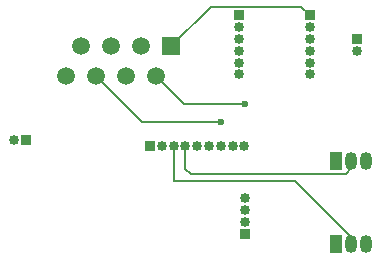
<source format=gbr>
%TF.GenerationSoftware,KiCad,Pcbnew,8.0.7*%
%TF.CreationDate,2025-01-04T17:01:37+01:00*%
%TF.ProjectId,btrail-powerboard,62747261-696c-42d7-906f-776572626f61,rev?*%
%TF.SameCoordinates,Original*%
%TF.FileFunction,Copper,L2,Bot*%
%TF.FilePolarity,Positive*%
%FSLAX46Y46*%
G04 Gerber Fmt 4.6, Leading zero omitted, Abs format (unit mm)*
G04 Created by KiCad (PCBNEW 8.0.7) date 2025-01-04 17:01:37*
%MOMM*%
%LPD*%
G01*
G04 APERTURE LIST*
%TA.AperFunction,ComponentPad*%
%ADD10R,1.050000X1.500000*%
%TD*%
%TA.AperFunction,ComponentPad*%
%ADD11O,1.050000X1.500000*%
%TD*%
%TA.AperFunction,ComponentPad*%
%ADD12O,0.850000X0.850000*%
%TD*%
%TA.AperFunction,ComponentPad*%
%ADD13R,0.850000X0.850000*%
%TD*%
%TA.AperFunction,ComponentPad*%
%ADD14R,1.500000X1.500000*%
%TD*%
%TA.AperFunction,ComponentPad*%
%ADD15C,1.500000*%
%TD*%
%TA.AperFunction,ViaPad*%
%ADD16C,0.600000*%
%TD*%
%TA.AperFunction,Conductor*%
%ADD17C,0.200000*%
%TD*%
G04 APERTURE END LIST*
D10*
%TO.P,Q2,1,C*%
%TO.N,Net-(LED1_LED2-Pin_1)*%
X220230000Y-47360000D03*
D11*
%TO.P,Q2,2,B*%
%TO.N,Net-(ESP32_jack1-Pin_3)*%
X221500000Y-47360000D03*
%TO.P,Q2,3,E*%
%TO.N,Net-(DRV_right1-Pin_1)*%
X222770000Y-47360000D03*
%TD*%
D10*
%TO.P,Q1,1,C*%
%TO.N,Net-(LED1_LED2-Pin_3)*%
X220230000Y-40360000D03*
D11*
%TO.P,Q1,2,B*%
%TO.N,Net-(ESP32_jack1-Pin_4)*%
X221500000Y-40360000D03*
%TO.P,Q1,3,E*%
%TO.N,Net-(DRV_right1-Pin_1)*%
X222770000Y-40360000D03*
%TD*%
D12*
%TO.P,PWR,2,Pin_2*%
%TO.N,Net-(DRV_right1-Pin_1)*%
X192975000Y-38595000D03*
D13*
%TO.P,PWR,1,Pin_1*%
%TO.N,Net-(DRV_left1-Pin_2)*%
X193975000Y-38595000D03*
%TD*%
%TO.P,Motor,1,Pin_1*%
%TO.N,Net-(DRV_right1-Pin_3)*%
X222000000Y-30000000D03*
D12*
%TO.P,Motor,2,Pin_2*%
%TO.N,Net-(DRV_right1-Pin_4)*%
X222000000Y-31000000D03*
%TD*%
%TO.P,LEDs,4,Pin_4*%
%TO.N,Net-(DRV_left1-Pin_2)*%
X212500000Y-43500000D03*
%TO.P,LEDs,3,Pin_3*%
%TO.N,Net-(LED1_LED2-Pin_3)*%
X212500000Y-44500000D03*
%TO.P,LEDs,2,Pin_2*%
%TO.N,Net-(DRV_left1-Pin_2)*%
X212500000Y-45500000D03*
D13*
%TO.P,LEDs,1,Pin_1*%
%TO.N,Net-(LED1_LED2-Pin_1)*%
X212500000Y-46500000D03*
%TD*%
D14*
%TO.P,J1,1*%
%TO.N,Net-(DRV_right1-Pin_1)*%
X206282500Y-30600000D03*
D15*
%TO.P,J1,2*%
%TO.N,Net-(DRV_left1-Pin_2)*%
X205012500Y-33140000D03*
%TO.P,J1,3*%
%TO.N,unconnected-(J1-Pad3)*%
X203742500Y-30600000D03*
%TO.P,J1,4*%
%TO.N,unconnected-(J1-Pad4)*%
X202472500Y-33140000D03*
%TO.P,J1,5*%
%TO.N,unconnected-(J1-Pad5)*%
X201202500Y-30600000D03*
%TO.P,J1,6*%
%TO.N,Net-(ESP32_jack1-Pin_7)*%
X199932500Y-33140000D03*
%TO.P,J1,7*%
%TO.N,Net-(ESP32_jack1-Pin_2)*%
X198662500Y-30600000D03*
%TO.P,J1,8*%
%TO.N,Net-(ESP32_jack1-Pin_1)*%
X197392500Y-33140000D03*
%TD*%
D12*
%TO.P,ESP32_jack1,9,Pin_9*%
%TO.N,Net-(DRV_left1-Pin_2)*%
X212475000Y-39095000D03*
%TO.P,ESP32_jack1,8,Pin_8*%
%TO.N,Net-(ESP32_jack1-Pin_8)*%
X211475000Y-39095000D03*
%TO.P,ESP32_jack1,7,Pin_7*%
%TO.N,Net-(ESP32_jack1-Pin_7)*%
X210475000Y-39095000D03*
%TO.P,ESP32_jack1,6,Pin_6*%
%TO.N,Net-(DRV_left1-Pin_4)*%
X209475000Y-39095000D03*
%TO.P,ESP32_jack1,5,Pin_5*%
%TO.N,Net-(DRV_left1-Pin_3)*%
X208475000Y-39095000D03*
%TO.P,ESP32_jack1,4,Pin_4*%
%TO.N,Net-(ESP32_jack1-Pin_4)*%
X207475000Y-39095000D03*
%TO.P,ESP32_jack1,3,Pin_3*%
%TO.N,Net-(ESP32_jack1-Pin_3)*%
X206475000Y-39095000D03*
%TO.P,ESP32_jack1,2,Pin_2*%
%TO.N,Net-(ESP32_jack1-Pin_2)*%
X205475000Y-39095000D03*
D13*
%TO.P,ESP32_jack1,1,Pin_1*%
%TO.N,Net-(ESP32_jack1-Pin_1)*%
X204475000Y-39095000D03*
%TD*%
%TO.P,DRV_r,1,Pin_1*%
%TO.N,Net-(DRV_right1-Pin_1)*%
X218000000Y-28000000D03*
D12*
%TO.P,DRV_r,2,Pin_2*%
%TO.N,Net-(DRV_left1-Pin_2)*%
X218000000Y-29000000D03*
%TO.P,DRV_r,3,Pin_3*%
%TO.N,Net-(DRV_right1-Pin_3)*%
X218000000Y-30000000D03*
%TO.P,DRV_r,4,Pin_4*%
%TO.N,Net-(DRV_right1-Pin_4)*%
X218000000Y-31000000D03*
%TO.P,DRV_r,5,Pin_5*%
%TO.N,unconnected-(DRV_right1-Pin_5-Pad5)*%
X218000000Y-32000000D03*
%TO.P,DRV_r,6,Pin_6*%
%TO.N,unconnected-(DRV_right1-Pin_6-Pad6)*%
X218000000Y-33000000D03*
%TD*%
D13*
%TO.P,DRV_l,1,Pin_1*%
%TO.N,unconnected-(DRV_left1-Pin_1-Pad1)*%
X212000000Y-28000000D03*
D12*
%TO.P,DRV_l,2,Pin_2*%
%TO.N,Net-(DRV_left1-Pin_2)*%
X212000000Y-29000000D03*
%TO.P,DRV_l,3,Pin_3*%
%TO.N,Net-(DRV_left1-Pin_3)*%
X212000000Y-30000000D03*
%TO.P,DRV_l,4,Pin_4*%
%TO.N,Net-(DRV_left1-Pin_4)*%
X212000000Y-31000000D03*
%TO.P,DRV_l,5,Pin_5*%
%TO.N,unconnected-(DRV_left1-Pin_5-Pad5)*%
X212000000Y-32000000D03*
%TO.P,DRV_l,6,Pin_6*%
%TO.N,unconnected-(DRV_left1-Pin_6-Pad6)*%
X212000000Y-33000000D03*
%TD*%
D16*
%TO.N,Net-(DRV_left1-Pin_2)*%
X212500000Y-35500000D03*
%TO.N,Net-(ESP32_jack1-Pin_7)*%
X210500000Y-37000000D03*
%TD*%
D17*
%TO.N,Net-(DRV_right1-Pin_1)*%
X218000000Y-28000000D02*
X217275000Y-27275000D01*
X217275000Y-27275000D02*
X209607500Y-27275000D01*
X209607500Y-27275000D02*
X206282500Y-30600000D01*
%TO.N,Net-(DRV_left1-Pin_2)*%
X207372500Y-35500000D02*
X205012500Y-33140000D01*
X212500000Y-35500000D02*
X207372500Y-35500000D01*
%TO.N,Net-(ESP32_jack1-Pin_7)*%
X203792500Y-37000000D02*
X199932500Y-33140000D01*
X210500000Y-37000000D02*
X203792500Y-37000000D01*
%TO.N,Net-(ESP32_jack1-Pin_4)*%
X207475000Y-40975000D02*
X207475000Y-39095000D01*
X221055000Y-41410000D02*
X207910000Y-41410000D01*
X221500000Y-40965000D02*
X221055000Y-41410000D01*
X207910000Y-41410000D02*
X207475000Y-40975000D01*
X221500000Y-40360000D02*
X221500000Y-40965000D01*
%TO.N,Net-(ESP32_jack1-Pin_3)*%
X206475000Y-41475000D02*
X206475000Y-39095000D01*
X206500000Y-41500000D02*
X206475000Y-41475000D01*
X216745000Y-42000000D02*
X206500000Y-42000000D01*
X221500000Y-46755000D02*
X216745000Y-42000000D01*
X221500000Y-47360000D02*
X221500000Y-46755000D01*
X206500000Y-42000000D02*
X206500000Y-41500000D01*
%TD*%
M02*

</source>
